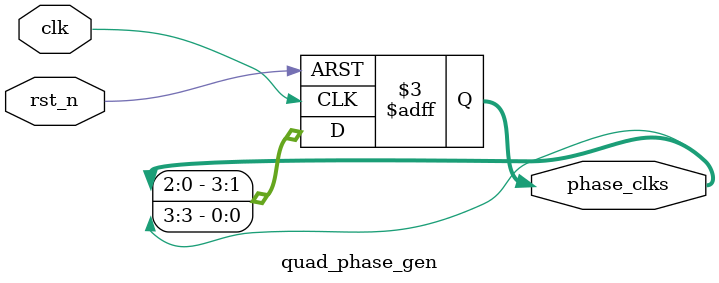
<source format=sv>
module quad_phase_gen #(
    parameter PHASE_NUM = 4
)(
    input clk,
    input rst_n,
    output reg [PHASE_NUM-1:0] phase_clks
);
always @(posedge clk or negedge rst_n) begin
    if (!rst_n) begin
        phase_clks <= 4'b0001;
    end else begin
        phase_clks <= {phase_clks[PHASE_NUM-2:0], phase_clks[PHASE_NUM-1]};
    end
end
endmodule

</source>
